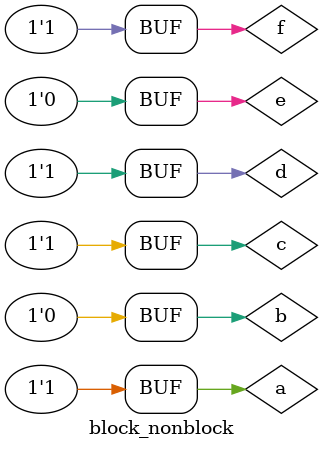
<source format=v>
module block_nonblock();
reg a, b, c, d , e, f ;

// Blocking assignments
initial begin
  a = #10 1'b1;// The simulator assigns 1 to a at time 10
  b = #20 1'b0;// The simulator assigns 0 to b at time 30
  c = #40 1'b1;// The simulator assigns 1 to c at time 70
end

// Nonblocking assignments
initial begin
  d <= #10 1'b1;// The simulator assigns 1 to d at time 10
  e <= #20 1'b0;// The simulator assigns 0 to e at time 20
  f  <= #40 1'b1;// The simulator assigns 1 to f at time 40
end
  
endmodule
</source>
